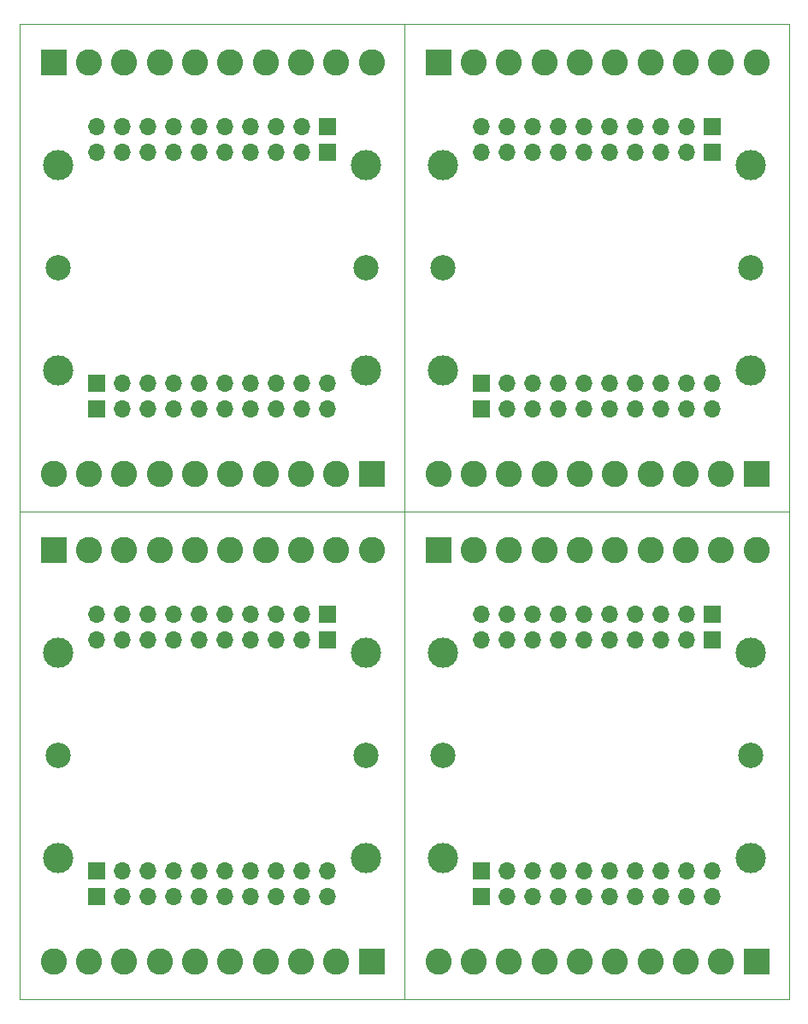
<source format=gbr>
G04 #@! TF.GenerationSoftware,KiCad,Pcbnew,6.0.11-2627ca5db0~126~ubuntu20.04.1*
G04 #@! TF.CreationDate,2023-03-16T15:00:45-05:00*
G04 #@! TF.ProjectId,,58585858-5858-4585-9858-585858585858,rev?*
G04 #@! TF.SameCoordinates,Original*
G04 #@! TF.FileFunction,Soldermask,Top*
G04 #@! TF.FilePolarity,Negative*
%FSLAX46Y46*%
G04 Gerber Fmt 4.6, Leading zero omitted, Abs format (unit mm)*
G04 Created by KiCad (PCBNEW 6.0.11-2627ca5db0~126~ubuntu20.04.1) date 2023-03-16 15:00:45*
%MOMM*%
%LPD*%
G01*
G04 APERTURE LIST*
G04 #@! TA.AperFunction,Profile*
%ADD10C,0.050000*%
G04 #@! TD*
%ADD11O,1.700000X1.700000*%
%ADD12R,1.700000X1.700000*%
%ADD13C,2.600000*%
%ADD14R,2.600000X2.600000*%
%ADD15C,2.499360*%
%ADD16C,3.000000*%
G04 APERTURE END LIST*
D10*
X102108000Y-136652000D02*
X140208000Y-136652000D01*
X140208000Y-88392000D02*
X140208000Y-136652000D01*
X102108000Y-88392000D02*
X140208000Y-88392000D01*
X102108000Y-88392000D02*
X102108000Y-136652000D01*
X64008000Y-136652000D02*
X102108000Y-136652000D01*
X102108000Y-88392000D02*
X102108000Y-136652000D01*
X64008000Y-88392000D02*
X102108000Y-88392000D01*
X64008000Y-88392000D02*
X64008000Y-136652000D01*
X102108000Y-88392000D02*
X140208000Y-88392000D01*
X140208000Y-40132000D02*
X140208000Y-88392000D01*
X102108000Y-40132000D02*
X140208000Y-40132000D01*
X102108000Y-40132000D02*
X102108000Y-88392000D01*
X64008000Y-40132000D02*
X64008000Y-88392000D01*
X64008000Y-40132000D02*
X102108000Y-40132000D01*
X102108000Y-40132000D02*
X102108000Y-88392000D01*
X64008000Y-88392000D02*
X102108000Y-88392000D01*
D11*
X109728000Y-98552000D03*
X112268000Y-98552000D03*
X114808000Y-98552000D03*
X117348000Y-98552000D03*
X119888000Y-98552000D03*
X122428000Y-98552000D03*
X124968000Y-98552000D03*
X127508000Y-98552000D03*
X130048000Y-98552000D03*
D12*
X132588000Y-98552000D03*
D13*
X105472000Y-132900000D03*
X108972000Y-132900000D03*
X112472000Y-132900000D03*
X115972000Y-132900000D03*
X119472000Y-132900000D03*
X122972000Y-132900000D03*
X126472000Y-132900000D03*
X129972000Y-132900000D03*
X133472000Y-132900000D03*
D14*
X136972000Y-132900000D03*
D15*
X136398000Y-112522000D03*
D16*
X105918000Y-122682000D03*
D15*
X105918000Y-112522000D03*
D11*
X109728000Y-101092000D03*
X112268000Y-101092000D03*
X114808000Y-101092000D03*
X117348000Y-101092000D03*
X119888000Y-101092000D03*
X122428000Y-101092000D03*
X124968000Y-101092000D03*
X127508000Y-101092000D03*
X130048000Y-101092000D03*
D12*
X132588000Y-101092000D03*
D16*
X105918000Y-102362000D03*
D11*
X132588000Y-126492000D03*
X130048000Y-126492000D03*
X127508000Y-126492000D03*
X124968000Y-126492000D03*
X122428000Y-126492000D03*
X119888000Y-126492000D03*
X117348000Y-126492000D03*
X114808000Y-126492000D03*
X112268000Y-126492000D03*
D12*
X109728000Y-126492000D03*
D11*
X132588000Y-123952000D03*
X130048000Y-123952000D03*
X127508000Y-123952000D03*
X124968000Y-123952000D03*
X122428000Y-123952000D03*
X119888000Y-123952000D03*
X117348000Y-123952000D03*
X114808000Y-123952000D03*
X112268000Y-123952000D03*
D12*
X109728000Y-123952000D03*
D16*
X136398000Y-102362000D03*
D13*
X136976000Y-92176000D03*
X133476000Y-92176000D03*
X129976000Y-92176000D03*
X126476000Y-92176000D03*
X122976000Y-92176000D03*
X119476000Y-92176000D03*
X115976000Y-92176000D03*
X112476000Y-92176000D03*
X108976000Y-92176000D03*
D14*
X105476000Y-92176000D03*
D16*
X136398000Y-122682000D03*
D11*
X71628000Y-98552000D03*
X74168000Y-98552000D03*
X76708000Y-98552000D03*
X79248000Y-98552000D03*
X81788000Y-98552000D03*
X84328000Y-98552000D03*
X86868000Y-98552000D03*
X89408000Y-98552000D03*
X91948000Y-98552000D03*
D12*
X94488000Y-98552000D03*
D13*
X67372000Y-132900000D03*
X70872000Y-132900000D03*
X74372000Y-132900000D03*
X77872000Y-132900000D03*
X81372000Y-132900000D03*
X84872000Y-132900000D03*
X88372000Y-132900000D03*
X91872000Y-132900000D03*
X95372000Y-132900000D03*
D14*
X98872000Y-132900000D03*
D15*
X98298000Y-112522000D03*
D16*
X67818000Y-122682000D03*
D15*
X67818000Y-112522000D03*
D11*
X71628000Y-101092000D03*
X74168000Y-101092000D03*
X76708000Y-101092000D03*
X79248000Y-101092000D03*
X81788000Y-101092000D03*
X84328000Y-101092000D03*
X86868000Y-101092000D03*
X89408000Y-101092000D03*
X91948000Y-101092000D03*
D12*
X94488000Y-101092000D03*
D16*
X67818000Y-102362000D03*
D11*
X94488000Y-126492000D03*
X91948000Y-126492000D03*
X89408000Y-126492000D03*
X86868000Y-126492000D03*
X84328000Y-126492000D03*
X81788000Y-126492000D03*
X79248000Y-126492000D03*
X76708000Y-126492000D03*
X74168000Y-126492000D03*
D12*
X71628000Y-126492000D03*
D11*
X94488000Y-123952000D03*
X91948000Y-123952000D03*
X89408000Y-123952000D03*
X86868000Y-123952000D03*
X84328000Y-123952000D03*
X81788000Y-123952000D03*
X79248000Y-123952000D03*
X76708000Y-123952000D03*
X74168000Y-123952000D03*
D12*
X71628000Y-123952000D03*
D16*
X98298000Y-102362000D03*
D13*
X98876000Y-92176000D03*
X95376000Y-92176000D03*
X91876000Y-92176000D03*
X88376000Y-92176000D03*
X84876000Y-92176000D03*
X81376000Y-92176000D03*
X77876000Y-92176000D03*
X74376000Y-92176000D03*
X70876000Y-92176000D03*
D14*
X67376000Y-92176000D03*
D16*
X98298000Y-122682000D03*
D11*
X109728000Y-50292000D03*
X112268000Y-50292000D03*
X114808000Y-50292000D03*
X117348000Y-50292000D03*
X119888000Y-50292000D03*
X122428000Y-50292000D03*
X124968000Y-50292000D03*
X127508000Y-50292000D03*
X130048000Y-50292000D03*
D12*
X132588000Y-50292000D03*
D13*
X105472000Y-84640000D03*
X108972000Y-84640000D03*
X112472000Y-84640000D03*
X115972000Y-84640000D03*
X119472000Y-84640000D03*
X122972000Y-84640000D03*
X126472000Y-84640000D03*
X129972000Y-84640000D03*
X133472000Y-84640000D03*
D14*
X136972000Y-84640000D03*
D15*
X136398000Y-64262000D03*
D16*
X105918000Y-74422000D03*
D15*
X105918000Y-64262000D03*
D11*
X109728000Y-52832000D03*
X112268000Y-52832000D03*
X114808000Y-52832000D03*
X117348000Y-52832000D03*
X119888000Y-52832000D03*
X122428000Y-52832000D03*
X124968000Y-52832000D03*
X127508000Y-52832000D03*
X130048000Y-52832000D03*
D12*
X132588000Y-52832000D03*
D16*
X105918000Y-54102000D03*
D11*
X132588000Y-78232000D03*
X130048000Y-78232000D03*
X127508000Y-78232000D03*
X124968000Y-78232000D03*
X122428000Y-78232000D03*
X119888000Y-78232000D03*
X117348000Y-78232000D03*
X114808000Y-78232000D03*
X112268000Y-78232000D03*
D12*
X109728000Y-78232000D03*
D11*
X132588000Y-75692000D03*
X130048000Y-75692000D03*
X127508000Y-75692000D03*
X124968000Y-75692000D03*
X122428000Y-75692000D03*
X119888000Y-75692000D03*
X117348000Y-75692000D03*
X114808000Y-75692000D03*
X112268000Y-75692000D03*
D12*
X109728000Y-75692000D03*
D16*
X136398000Y-54102000D03*
D13*
X136976000Y-43916000D03*
X133476000Y-43916000D03*
X129976000Y-43916000D03*
X126476000Y-43916000D03*
X122976000Y-43916000D03*
X119476000Y-43916000D03*
X115976000Y-43916000D03*
X112476000Y-43916000D03*
X108976000Y-43916000D03*
D14*
X105476000Y-43916000D03*
D16*
X136398000Y-74422000D03*
X67818000Y-54102000D03*
X98298000Y-54102000D03*
X67818000Y-74422000D03*
X98298000Y-74422000D03*
D15*
X67818000Y-64262000D03*
X98298000Y-64262000D03*
D11*
X71628000Y-52832000D03*
X74168000Y-52832000D03*
X76708000Y-52832000D03*
X79248000Y-52832000D03*
X81788000Y-52832000D03*
X84328000Y-52832000D03*
X86868000Y-52832000D03*
X89408000Y-52832000D03*
X91948000Y-52832000D03*
D12*
X94488000Y-52832000D03*
D11*
X94488000Y-75692000D03*
X91948000Y-75692000D03*
X89408000Y-75692000D03*
X86868000Y-75692000D03*
X84328000Y-75692000D03*
X81788000Y-75692000D03*
X79248000Y-75692000D03*
X76708000Y-75692000D03*
X74168000Y-75692000D03*
D12*
X71628000Y-75692000D03*
D11*
X94488000Y-78232000D03*
X91948000Y-78232000D03*
X89408000Y-78232000D03*
X86868000Y-78232000D03*
X84328000Y-78232000D03*
X81788000Y-78232000D03*
X79248000Y-78232000D03*
X76708000Y-78232000D03*
X74168000Y-78232000D03*
D12*
X71628000Y-78232000D03*
D11*
X71628000Y-50292000D03*
X74168000Y-50292000D03*
X76708000Y-50292000D03*
X79248000Y-50292000D03*
X81788000Y-50292000D03*
X84328000Y-50292000D03*
X86868000Y-50292000D03*
X89408000Y-50292000D03*
X91948000Y-50292000D03*
D12*
X94488000Y-50292000D03*
D13*
X67372000Y-84640000D03*
X70872000Y-84640000D03*
X74372000Y-84640000D03*
X77872000Y-84640000D03*
X81372000Y-84640000D03*
X84872000Y-84640000D03*
X88372000Y-84640000D03*
X91872000Y-84640000D03*
X95372000Y-84640000D03*
D14*
X98872000Y-84640000D03*
D13*
X98876000Y-43916000D03*
X95376000Y-43916000D03*
X91876000Y-43916000D03*
X88376000Y-43916000D03*
X84876000Y-43916000D03*
X81376000Y-43916000D03*
X77876000Y-43916000D03*
X74376000Y-43916000D03*
X70876000Y-43916000D03*
D14*
X67376000Y-43916000D03*
M02*

</source>
